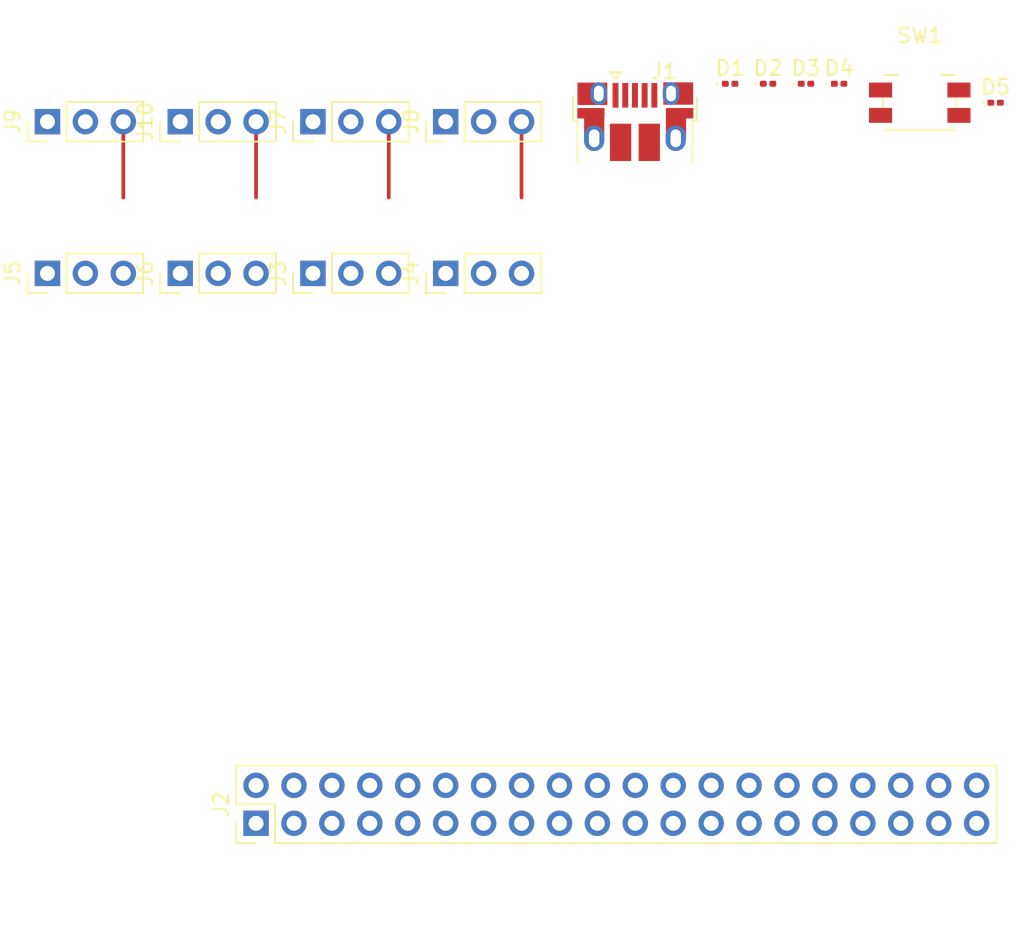
<source format=kicad_pcb>
(kicad_pcb (version 20171130) (host pcbnew "(5.1.4-0-10_14)")

  (general
    (thickness 1.6)
    (drawings 0)
    (tracks 4)
    (zones 0)
    (modules 16)
    (nets 39)
  )

  (page A4)
  (layers
    (0 F.Cu signal)
    (31 B.Cu signal)
    (32 B.Adhes user)
    (33 F.Adhes user)
    (34 B.Paste user)
    (35 F.Paste user)
    (36 B.SilkS user)
    (37 F.SilkS user)
    (38 B.Mask user)
    (39 F.Mask user)
    (40 Dwgs.User user)
    (41 Cmts.User user)
    (42 Eco1.User user)
    (43 Eco2.User user)
    (44 Edge.Cuts user)
    (45 Margin user)
    (46 B.CrtYd user)
    (47 F.CrtYd user)
    (48 B.Fab user)
    (49 F.Fab user)
  )

  (setup
    (last_trace_width 0.25)
    (trace_clearance 0.2)
    (zone_clearance 0.508)
    (zone_45_only no)
    (trace_min 0.2)
    (via_size 0.8)
    (via_drill 0.4)
    (via_min_size 0.4)
    (via_min_drill 0.3)
    (uvia_size 0.3)
    (uvia_drill 0.1)
    (uvias_allowed no)
    (uvia_min_size 0.2)
    (uvia_min_drill 0.1)
    (edge_width 0.05)
    (segment_width 0.2)
    (pcb_text_width 0.3)
    (pcb_text_size 1.5 1.5)
    (mod_edge_width 0.12)
    (mod_text_size 1 1)
    (mod_text_width 0.15)
    (pad_size 1.524 1.524)
    (pad_drill 0.762)
    (pad_to_mask_clearance 0.051)
    (solder_mask_min_width 0.25)
    (aux_axis_origin 0 0)
    (visible_elements FFFFFF7F)
    (pcbplotparams
      (layerselection 0x010fc_ffffffff)
      (usegerberextensions false)
      (usegerberattributes false)
      (usegerberadvancedattributes false)
      (creategerberjobfile false)
      (excludeedgelayer true)
      (linewidth 0.100000)
      (plotframeref false)
      (viasonmask false)
      (mode 1)
      (useauxorigin false)
      (hpglpennumber 1)
      (hpglpenspeed 20)
      (hpglpendiameter 15.000000)
      (psnegative false)
      (psa4output false)
      (plotreference true)
      (plotvalue true)
      (plotinvisibletext false)
      (padsonsilk false)
      (subtractmaskfromsilk false)
      (outputformat 1)
      (mirror false)
      (drillshape 1)
      (scaleselection 1)
      (outputdirectory ""))
  )

  (net 0 "")
  (net 1 GND)
  (net 2 NC)
  (net 3 "Net-(C2-Pad2)")
  (net 4 GPIO21)
  (net 5 GPIO20)
  (net 6 GPIO26)
  (net 7 GPIO16)
  (net 8 GPIO19)
  (net 9 GPIO13)
  (net 10 GPIO12)
  (net 11 GPIO06)
  (net 12 GPIO05)
  (net 13 ID_SC)
  (net 14 ID_SD)
  (net 15 GPIO07)
  (net 16 GPIO08)
  (net 17 GPIO11)
  (net 18 GPIO25)
  (net 19 GPIO09)
  (net 20 GPIO10)
  (net 21 GPIO24)
  (net 22 +3.3V)
  (net 23 GPIO23)
  (net 24 GPIO22)
  (net 25 GPIO27)
  (net 26 GPIO18)
  (net 27 GPIO17)
  (net 28 GPIO15)
  (net 29 GPIO14)
  (net 30 GPIO04)
  (net 31 GPIO03)
  (net 32 +5V)
  (net 33 GPIO02)
  (net 34 "Net-(D1-Pad2)")
  (net 35 "Net-(D1-Pad1)")
  (net 36 "Net-(D3-Pad2)")
  (net 37 "Net-(D5-Pad2)")
  (net 38 "Net-(R5-Pad1)")

  (net_class Default "Ceci est la Netclass par défaut."
    (clearance 0.2)
    (trace_width 0.25)
    (via_dia 0.8)
    (via_drill 0.4)
    (uvia_dia 0.3)
    (uvia_drill 0.1)
    (add_net +3.3V)
    (add_net +5V)
    (add_net GND)
    (add_net GPIO02)
    (add_net GPIO03)
    (add_net GPIO04)
    (add_net GPIO05)
    (add_net GPIO06)
    (add_net GPIO07)
    (add_net GPIO08)
    (add_net GPIO09)
    (add_net GPIO10)
    (add_net GPIO11)
    (add_net GPIO12)
    (add_net GPIO13)
    (add_net GPIO14)
    (add_net GPIO15)
    (add_net GPIO16)
    (add_net GPIO17)
    (add_net GPIO18)
    (add_net GPIO19)
    (add_net GPIO20)
    (add_net GPIO21)
    (add_net GPIO22)
    (add_net GPIO23)
    (add_net GPIO24)
    (add_net GPIO25)
    (add_net GPIO26)
    (add_net GPIO27)
    (add_net ID_SC)
    (add_net ID_SD)
    (add_net NC)
    (add_net "Net-(C2-Pad2)")
    (add_net "Net-(D1-Pad1)")
    (add_net "Net-(D1-Pad2)")
    (add_net "Net-(D3-Pad2)")
    (add_net "Net-(D5-Pad2)")
    (add_net "Net-(R5-Pad1)")
  )

  (module Button_Switch_SMD:Panasonic_EVQPUJ_EVQPUA (layer F.Cu) (tedit 5A02FC95) (tstamp 5D5FA6CB)
    (at 185.42 85.09)
    (descr http://industrial.panasonic.com/cdbs/www-data/pdf/ATV0000/ATV0000CE5.pdf)
    (tags "SMD SMT SPST EVQPUJ EVQPUA")
    (path /5D5B17EF)
    (attr smd)
    (fp_text reference SW1 (at 0 -4.5) (layer F.SilkS)
      (effects (font (size 1 1) (thickness 0.15)))
    )
    (fp_text value SW_Push (at 0 3.5) (layer F.Fab)
      (effects (font (size 1 1) (thickness 0.15)))
    )
    (fp_line (start 3.9 -3.25) (end -3.9 -3.25) (layer F.CrtYd) (width 0.05))
    (fp_line (start 3.9 2.25) (end -3.9 2.25) (layer F.CrtYd) (width 0.05))
    (fp_line (start -3.9 2.25) (end -3.9 -3.25) (layer F.CrtYd) (width 0.05))
    (fp_line (start -1.425 -1.85) (end -2.35 -1.85) (layer F.SilkS) (width 0.12))
    (fp_line (start 2.45 0.275) (end 2.45 -0.275) (layer F.SilkS) (width 0.12))
    (fp_line (start 2.35 1.75) (end -2.35 1.75) (layer F.Fab) (width 0.1))
    (fp_line (start 2.35 -1.75) (end -2.35 -1.75) (layer F.Fab) (width 0.1))
    (fp_line (start -2.35 1.75) (end -2.35 -1.75) (layer F.Fab) (width 0.1))
    (fp_line (start 2.35 1.75) (end 2.35 -1.75) (layer F.Fab) (width 0.1))
    (fp_line (start 1.3 -2.75) (end -1.3 -2.75) (layer F.Fab) (width 0.1))
    (fp_line (start 1.3 -2.75) (end 1.3 -1.75) (layer F.Fab) (width 0.1))
    (fp_line (start -1.3 -2.75) (end -1.3 -1.75) (layer F.Fab) (width 0.1))
    (fp_line (start -2.45 0.275) (end -2.45 -0.275) (layer F.SilkS) (width 0.12))
    (fp_line (start 2.35 1.85) (end -2.35 1.85) (layer F.SilkS) (width 0.12))
    (fp_line (start 2.35 -1.85) (end 1.425 -1.85) (layer F.SilkS) (width 0.12))
    (fp_line (start 3.9 2.25) (end 3.9 -3.25) (layer F.CrtYd) (width 0.05))
    (fp_text user %R (at 0 0) (layer F.Fab)
      (effects (font (size 1 1) (thickness 0.15)))
    )
    (pad 1 smd rect (at 2.625 -0.85 180) (size 1.55 1) (layers F.Cu F.Paste F.Mask)
      (net 38 "Net-(R5-Pad1)"))
    (pad 1 smd rect (at -2.625 -0.85 180) (size 1.55 1) (layers F.Cu F.Paste F.Mask)
      (net 38 "Net-(R5-Pad1)"))
    (pad 2 smd rect (at -2.625 0.85 180) (size 1.55 1) (layers F.Cu F.Paste F.Mask)
      (net 1 GND))
    (pad 2 smd rect (at 2.625 0.85 180) (size 1.55 1) (layers F.Cu F.Paste F.Mask)
      (net 1 GND))
    (model ${KISYS3DMOD}/Button_Switch_SMD.3dshapes/Panasonic_EVQPUJ_EVQPUA.wrl
      (at (xyz 0 0 0))
      (scale (xyz 1 1 1))
      (rotate (xyz 0 0 0))
    )
  )

  (module LED_SMD:LED_0201_0603Metric (layer F.Cu) (tedit 5B301BBE) (tstamp 5D5F9AA9)
    (at 190.5 85.09)
    (descr "LED SMD 0201 (0603 Metric), square (rectangular) end terminal, IPC_7351 nominal, (Body size source: https://www.vishay.com/docs/20052/crcw0201e3.pdf), generated with kicad-footprint-generator")
    (tags LED)
    (path /5D5E6098)
    (attr smd)
    (fp_text reference D5 (at 0 -1.05) (layer F.SilkS)
      (effects (font (size 1 1) (thickness 0.15)))
    )
    (fp_text value LED (at 0 1.05) (layer F.Fab)
      (effects (font (size 1 1) (thickness 0.15)))
    )
    (fp_text user %R (at 0 -0.68) (layer F.Fab)
      (effects (font (size 0.25 0.25) (thickness 0.04)))
    )
    (fp_line (start 0.7 0.35) (end -0.7 0.35) (layer F.CrtYd) (width 0.05))
    (fp_line (start 0.7 -0.35) (end 0.7 0.35) (layer F.CrtYd) (width 0.05))
    (fp_line (start -0.7 -0.35) (end 0.7 -0.35) (layer F.CrtYd) (width 0.05))
    (fp_line (start -0.7 0.35) (end -0.7 -0.35) (layer F.CrtYd) (width 0.05))
    (fp_line (start -0.1 0.15) (end -0.1 -0.15) (layer F.Fab) (width 0.1))
    (fp_line (start -0.2 0.15) (end -0.2 -0.15) (layer F.Fab) (width 0.1))
    (fp_line (start 0.3 0.15) (end -0.3 0.15) (layer F.Fab) (width 0.1))
    (fp_line (start 0.3 -0.15) (end 0.3 0.15) (layer F.Fab) (width 0.1))
    (fp_line (start -0.3 -0.15) (end 0.3 -0.15) (layer F.Fab) (width 0.1))
    (fp_line (start -0.3 0.15) (end -0.3 -0.15) (layer F.Fab) (width 0.1))
    (fp_circle (center -0.86 0) (end -0.81 0) (layer F.SilkS) (width 0.1))
    (pad 2 smd roundrect (at 0.32 0) (size 0.46 0.4) (layers F.Cu F.Mask) (roundrect_rratio 0.25)
      (net 37 "Net-(D5-Pad2)"))
    (pad 1 smd roundrect (at -0.32 0) (size 0.46 0.4) (layers F.Cu F.Mask) (roundrect_rratio 0.25)
      (net 1 GND))
    (pad "" smd roundrect (at 0.345 0) (size 0.318 0.36) (layers F.Paste) (roundrect_rratio 0.25))
    (pad "" smd roundrect (at -0.345 0) (size 0.318 0.36) (layers F.Paste) (roundrect_rratio 0.25))
    (model ${KISYS3DMOD}/LED_SMD.3dshapes/LED_0201_0603Metric.wrl
      (at (xyz 0 0 0))
      (scale (xyz 1 1 1))
      (rotate (xyz 0 0 0))
    )
  )

  (module LED_SMD:LED_0201_0603Metric (layer F.Cu) (tedit 5B301BBE) (tstamp 5D5F8820)
    (at 180.02 83.82)
    (descr "LED SMD 0201 (0603 Metric), square (rectangular) end terminal, IPC_7351 nominal, (Body size source: https://www.vishay.com/docs/20052/crcw0201e3.pdf), generated with kicad-footprint-generator")
    (tags LED)
    (path /5D5ADF77)
    (attr smd)
    (fp_text reference D4 (at 0 -1.05) (layer F.SilkS)
      (effects (font (size 1 1) (thickness 0.15)))
    )
    (fp_text value LED (at 0 1.05) (layer F.Fab)
      (effects (font (size 1 1) (thickness 0.15)))
    )
    (fp_text user %R (at 0 -0.68) (layer F.Fab)
      (effects (font (size 0.25 0.25) (thickness 0.04)))
    )
    (fp_line (start 0.7 0.35) (end -0.7 0.35) (layer F.CrtYd) (width 0.05))
    (fp_line (start 0.7 -0.35) (end 0.7 0.35) (layer F.CrtYd) (width 0.05))
    (fp_line (start -0.7 -0.35) (end 0.7 -0.35) (layer F.CrtYd) (width 0.05))
    (fp_line (start -0.7 0.35) (end -0.7 -0.35) (layer F.CrtYd) (width 0.05))
    (fp_line (start -0.1 0.15) (end -0.1 -0.15) (layer F.Fab) (width 0.1))
    (fp_line (start -0.2 0.15) (end -0.2 -0.15) (layer F.Fab) (width 0.1))
    (fp_line (start 0.3 0.15) (end -0.3 0.15) (layer F.Fab) (width 0.1))
    (fp_line (start 0.3 -0.15) (end 0.3 0.15) (layer F.Fab) (width 0.1))
    (fp_line (start -0.3 -0.15) (end 0.3 -0.15) (layer F.Fab) (width 0.1))
    (fp_line (start -0.3 0.15) (end -0.3 -0.15) (layer F.Fab) (width 0.1))
    (fp_circle (center -0.86 0) (end -0.81 0) (layer F.SilkS) (width 0.1))
    (pad 2 smd roundrect (at 0.32 0) (size 0.46 0.4) (layers F.Cu F.Mask) (roundrect_rratio 0.25)
      (net 35 "Net-(D1-Pad1)"))
    (pad 1 smd roundrect (at -0.32 0) (size 0.46 0.4) (layers F.Cu F.Mask) (roundrect_rratio 0.25)
      (net 36 "Net-(D3-Pad2)"))
    (pad "" smd roundrect (at 0.345 0) (size 0.318 0.36) (layers F.Paste) (roundrect_rratio 0.25))
    (pad "" smd roundrect (at -0.345 0) (size 0.318 0.36) (layers F.Paste) (roundrect_rratio 0.25))
    (model ${KISYS3DMOD}/LED_SMD.3dshapes/LED_0201_0603Metric.wrl
      (at (xyz 0 0 0))
      (scale (xyz 1 1 1))
      (rotate (xyz 0 0 0))
    )
  )

  (module LED_SMD:LED_0201_0603Metric (layer F.Cu) (tedit 5B301BBE) (tstamp 5D5F880C)
    (at 177.8 83.82)
    (descr "LED SMD 0201 (0603 Metric), square (rectangular) end terminal, IPC_7351 nominal, (Body size source: https://www.vishay.com/docs/20052/crcw0201e3.pdf), generated with kicad-footprint-generator")
    (tags LED)
    (path /5D5ACEC5)
    (attr smd)
    (fp_text reference D3 (at 0 -1.05) (layer F.SilkS)
      (effects (font (size 1 1) (thickness 0.15)))
    )
    (fp_text value LED (at 0 1.05) (layer F.Fab)
      (effects (font (size 1 1) (thickness 0.15)))
    )
    (fp_text user %R (at 0 -0.68) (layer F.Fab)
      (effects (font (size 0.25 0.25) (thickness 0.04)))
    )
    (fp_line (start 0.7 0.35) (end -0.7 0.35) (layer F.CrtYd) (width 0.05))
    (fp_line (start 0.7 -0.35) (end 0.7 0.35) (layer F.CrtYd) (width 0.05))
    (fp_line (start -0.7 -0.35) (end 0.7 -0.35) (layer F.CrtYd) (width 0.05))
    (fp_line (start -0.7 0.35) (end -0.7 -0.35) (layer F.CrtYd) (width 0.05))
    (fp_line (start -0.1 0.15) (end -0.1 -0.15) (layer F.Fab) (width 0.1))
    (fp_line (start -0.2 0.15) (end -0.2 -0.15) (layer F.Fab) (width 0.1))
    (fp_line (start 0.3 0.15) (end -0.3 0.15) (layer F.Fab) (width 0.1))
    (fp_line (start 0.3 -0.15) (end 0.3 0.15) (layer F.Fab) (width 0.1))
    (fp_line (start -0.3 -0.15) (end 0.3 -0.15) (layer F.Fab) (width 0.1))
    (fp_line (start -0.3 0.15) (end -0.3 -0.15) (layer F.Fab) (width 0.1))
    (fp_circle (center -0.86 0) (end -0.81 0) (layer F.SilkS) (width 0.1))
    (pad 2 smd roundrect (at 0.32 0) (size 0.46 0.4) (layers F.Cu F.Mask) (roundrect_rratio 0.25)
      (net 36 "Net-(D3-Pad2)"))
    (pad 1 smd roundrect (at -0.32 0) (size 0.46 0.4) (layers F.Cu F.Mask) (roundrect_rratio 0.25)
      (net 35 "Net-(D1-Pad1)"))
    (pad "" smd roundrect (at 0.345 0) (size 0.318 0.36) (layers F.Paste) (roundrect_rratio 0.25))
    (pad "" smd roundrect (at -0.345 0) (size 0.318 0.36) (layers F.Paste) (roundrect_rratio 0.25))
    (model ${KISYS3DMOD}/LED_SMD.3dshapes/LED_0201_0603Metric.wrl
      (at (xyz 0 0 0))
      (scale (xyz 1 1 1))
      (rotate (xyz 0 0 0))
    )
  )

  (module LED_SMD:LED_0201_0603Metric (layer F.Cu) (tedit 5B301BBE) (tstamp 5D5F87F8)
    (at 175.26 83.82)
    (descr "LED SMD 0201 (0603 Metric), square (rectangular) end terminal, IPC_7351 nominal, (Body size source: https://www.vishay.com/docs/20052/crcw0201e3.pdf), generated with kicad-footprint-generator")
    (tags LED)
    (path /5D5ABF8A)
    (attr smd)
    (fp_text reference D2 (at 0 -1.05) (layer F.SilkS)
      (effects (font (size 1 1) (thickness 0.15)))
    )
    (fp_text value LED (at 0 1.05) (layer F.Fab)
      (effects (font (size 1 1) (thickness 0.15)))
    )
    (fp_text user %R (at 0 -0.68) (layer F.Fab)
      (effects (font (size 0.25 0.25) (thickness 0.04)))
    )
    (fp_line (start 0.7 0.35) (end -0.7 0.35) (layer F.CrtYd) (width 0.05))
    (fp_line (start 0.7 -0.35) (end 0.7 0.35) (layer F.CrtYd) (width 0.05))
    (fp_line (start -0.7 -0.35) (end 0.7 -0.35) (layer F.CrtYd) (width 0.05))
    (fp_line (start -0.7 0.35) (end -0.7 -0.35) (layer F.CrtYd) (width 0.05))
    (fp_line (start -0.1 0.15) (end -0.1 -0.15) (layer F.Fab) (width 0.1))
    (fp_line (start -0.2 0.15) (end -0.2 -0.15) (layer F.Fab) (width 0.1))
    (fp_line (start 0.3 0.15) (end -0.3 0.15) (layer F.Fab) (width 0.1))
    (fp_line (start 0.3 -0.15) (end 0.3 0.15) (layer F.Fab) (width 0.1))
    (fp_line (start -0.3 -0.15) (end 0.3 -0.15) (layer F.Fab) (width 0.1))
    (fp_line (start -0.3 0.15) (end -0.3 -0.15) (layer F.Fab) (width 0.1))
    (fp_circle (center -0.86 0) (end -0.81 0) (layer F.SilkS) (width 0.1))
    (pad 2 smd roundrect (at 0.32 0) (size 0.46 0.4) (layers F.Cu F.Mask) (roundrect_rratio 0.25)
      (net 35 "Net-(D1-Pad1)"))
    (pad 1 smd roundrect (at -0.32 0) (size 0.46 0.4) (layers F.Cu F.Mask) (roundrect_rratio 0.25)
      (net 34 "Net-(D1-Pad2)"))
    (pad "" smd roundrect (at 0.345 0) (size 0.318 0.36) (layers F.Paste) (roundrect_rratio 0.25))
    (pad "" smd roundrect (at -0.345 0) (size 0.318 0.36) (layers F.Paste) (roundrect_rratio 0.25))
    (model ${KISYS3DMOD}/LED_SMD.3dshapes/LED_0201_0603Metric.wrl
      (at (xyz 0 0 0))
      (scale (xyz 1 1 1))
      (rotate (xyz 0 0 0))
    )
  )

  (module LED_SMD:LED_0201_0603Metric (layer F.Cu) (tedit 5B301BBE) (tstamp 5D5F87E4)
    (at 172.72 83.82)
    (descr "LED SMD 0201 (0603 Metric), square (rectangular) end terminal, IPC_7351 nominal, (Body size source: https://www.vishay.com/docs/20052/crcw0201e3.pdf), generated with kicad-footprint-generator")
    (tags LED)
    (path /5D5B6623)
    (attr smd)
    (fp_text reference D1 (at 0 -1.05) (layer F.SilkS)
      (effects (font (size 1 1) (thickness 0.15)))
    )
    (fp_text value LED (at 0 1.05) (layer F.Fab)
      (effects (font (size 1 1) (thickness 0.15)))
    )
    (fp_text user %R (at 0 -0.68) (layer F.Fab)
      (effects (font (size 0.25 0.25) (thickness 0.04)))
    )
    (fp_line (start 0.7 0.35) (end -0.7 0.35) (layer F.CrtYd) (width 0.05))
    (fp_line (start 0.7 -0.35) (end 0.7 0.35) (layer F.CrtYd) (width 0.05))
    (fp_line (start -0.7 -0.35) (end 0.7 -0.35) (layer F.CrtYd) (width 0.05))
    (fp_line (start -0.7 0.35) (end -0.7 -0.35) (layer F.CrtYd) (width 0.05))
    (fp_line (start -0.1 0.15) (end -0.1 -0.15) (layer F.Fab) (width 0.1))
    (fp_line (start -0.2 0.15) (end -0.2 -0.15) (layer F.Fab) (width 0.1))
    (fp_line (start 0.3 0.15) (end -0.3 0.15) (layer F.Fab) (width 0.1))
    (fp_line (start 0.3 -0.15) (end 0.3 0.15) (layer F.Fab) (width 0.1))
    (fp_line (start -0.3 -0.15) (end 0.3 -0.15) (layer F.Fab) (width 0.1))
    (fp_line (start -0.3 0.15) (end -0.3 -0.15) (layer F.Fab) (width 0.1))
    (fp_circle (center -0.86 0) (end -0.81 0) (layer F.SilkS) (width 0.1))
    (pad 2 smd roundrect (at 0.32 0) (size 0.46 0.4) (layers F.Cu F.Mask) (roundrect_rratio 0.25)
      (net 34 "Net-(D1-Pad2)"))
    (pad 1 smd roundrect (at -0.32 0) (size 0.46 0.4) (layers F.Cu F.Mask) (roundrect_rratio 0.25)
      (net 35 "Net-(D1-Pad1)"))
    (pad "" smd roundrect (at 0.345 0) (size 0.318 0.36) (layers F.Paste) (roundrect_rratio 0.25))
    (pad "" smd roundrect (at -0.345 0) (size 0.318 0.36) (layers F.Paste) (roundrect_rratio 0.25))
    (model ${KISYS3DMOD}/LED_SMD.3dshapes/LED_0201_0603Metric.wrl
      (at (xyz 0 0 0))
      (scale (xyz 1 1 1))
      (rotate (xyz 0 0 0))
    )
  )

  (module Connector_PinHeader_2.54mm:PinHeader_1x03_P2.54mm_Vertical (layer F.Cu) (tedit 59FED5CC) (tstamp 5D5F7EF4)
    (at 135.89 86.36 90)
    (descr "Through hole straight pin header, 1x03, 2.54mm pitch, single row")
    (tags "Through hole pin header THT 1x03 2.54mm single row")
    (path /5D64B5F4)
    (fp_text reference J10 (at 0 -2.33 90) (layer F.SilkS)
      (effects (font (size 1 1) (thickness 0.15)))
    )
    (fp_text value GET_UP_SERVO_RIGHT (at 0 7.41 90) (layer F.Fab)
      (effects (font (size 1 1) (thickness 0.15)))
    )
    (fp_text user %R (at 0 2.54) (layer F.Fab)
      (effects (font (size 1 1) (thickness 0.15)))
    )
    (fp_line (start 1.8 -1.8) (end -1.8 -1.8) (layer F.CrtYd) (width 0.05))
    (fp_line (start 1.8 6.85) (end 1.8 -1.8) (layer F.CrtYd) (width 0.05))
    (fp_line (start -1.8 6.85) (end 1.8 6.85) (layer F.CrtYd) (width 0.05))
    (fp_line (start -1.8 -1.8) (end -1.8 6.85) (layer F.CrtYd) (width 0.05))
    (fp_line (start -1.33 -1.33) (end 0 -1.33) (layer F.SilkS) (width 0.12))
    (fp_line (start -1.33 0) (end -1.33 -1.33) (layer F.SilkS) (width 0.12))
    (fp_line (start -1.33 1.27) (end 1.33 1.27) (layer F.SilkS) (width 0.12))
    (fp_line (start 1.33 1.27) (end 1.33 6.41) (layer F.SilkS) (width 0.12))
    (fp_line (start -1.33 1.27) (end -1.33 6.41) (layer F.SilkS) (width 0.12))
    (fp_line (start -1.33 6.41) (end 1.33 6.41) (layer F.SilkS) (width 0.12))
    (fp_line (start -1.27 -0.635) (end -0.635 -1.27) (layer F.Fab) (width 0.1))
    (fp_line (start -1.27 6.35) (end -1.27 -0.635) (layer F.Fab) (width 0.1))
    (fp_line (start 1.27 6.35) (end -1.27 6.35) (layer F.Fab) (width 0.1))
    (fp_line (start 1.27 -1.27) (end 1.27 6.35) (layer F.Fab) (width 0.1))
    (fp_line (start -0.635 -1.27) (end 1.27 -1.27) (layer F.Fab) (width 0.1))
    (pad 3 thru_hole oval (at 0 5.08 90) (size 1.7 1.7) (drill 1) (layers *.Cu *.Mask)
      (net 1 GND))
    (pad 2 thru_hole oval (at 0 2.54 90) (size 1.7 1.7) (drill 1) (layers *.Cu *.Mask)
      (net 32 +5V))
    (pad 1 thru_hole rect (at 0 0 90) (size 1.7 1.7) (drill 1) (layers *.Cu *.Mask)
      (net 9 GPIO13))
    (model ${KISYS3DMOD}/Connector_PinHeader_2.54mm.3dshapes/PinHeader_1x03_P2.54mm_Vertical.wrl
      (at (xyz 0 0 0))
      (scale (xyz 1 1 1))
      (rotate (xyz 0 0 0))
    )
  )

  (module Connector_PinHeader_2.54mm:PinHeader_1x03_P2.54mm_Vertical (layer F.Cu) (tedit 59FED5CC) (tstamp 5D5F8080)
    (at 127 86.36 90)
    (descr "Through hole straight pin header, 1x03, 2.54mm pitch, single row")
    (tags "Through hole pin header THT 1x03 2.54mm single row")
    (path /5D64A47A)
    (fp_text reference J9 (at 0 -2.33 90) (layer F.SilkS)
      (effects (font (size 1 1) (thickness 0.15)))
    )
    (fp_text value GET_UP_SERVO_LEFT (at 0 7.41 90) (layer F.Fab)
      (effects (font (size 1 1) (thickness 0.15)))
    )
    (fp_text user %R (at 0 2.54) (layer F.Fab)
      (effects (font (size 1 1) (thickness 0.15)))
    )
    (fp_line (start 1.8 -1.8) (end -1.8 -1.8) (layer F.CrtYd) (width 0.05))
    (fp_line (start 1.8 6.85) (end 1.8 -1.8) (layer F.CrtYd) (width 0.05))
    (fp_line (start -1.8 6.85) (end 1.8 6.85) (layer F.CrtYd) (width 0.05))
    (fp_line (start -1.8 -1.8) (end -1.8 6.85) (layer F.CrtYd) (width 0.05))
    (fp_line (start -1.33 -1.33) (end 0 -1.33) (layer F.SilkS) (width 0.12))
    (fp_line (start -1.33 0) (end -1.33 -1.33) (layer F.SilkS) (width 0.12))
    (fp_line (start -1.33 1.27) (end 1.33 1.27) (layer F.SilkS) (width 0.12))
    (fp_line (start 1.33 1.27) (end 1.33 6.41) (layer F.SilkS) (width 0.12))
    (fp_line (start -1.33 1.27) (end -1.33 6.41) (layer F.SilkS) (width 0.12))
    (fp_line (start -1.33 6.41) (end 1.33 6.41) (layer F.SilkS) (width 0.12))
    (fp_line (start -1.27 -0.635) (end -0.635 -1.27) (layer F.Fab) (width 0.1))
    (fp_line (start -1.27 6.35) (end -1.27 -0.635) (layer F.Fab) (width 0.1))
    (fp_line (start 1.27 6.35) (end -1.27 6.35) (layer F.Fab) (width 0.1))
    (fp_line (start 1.27 -1.27) (end 1.27 6.35) (layer F.Fab) (width 0.1))
    (fp_line (start -0.635 -1.27) (end 1.27 -1.27) (layer F.Fab) (width 0.1))
    (pad 3 thru_hole oval (at 0 5.08 90) (size 1.7 1.7) (drill 1) (layers *.Cu *.Mask)
      (net 1 GND))
    (pad 2 thru_hole oval (at 0 2.54 90) (size 1.7 1.7) (drill 1) (layers *.Cu *.Mask)
      (net 32 +5V))
    (pad 1 thru_hole rect (at 0 0 90) (size 1.7 1.7) (drill 1) (layers *.Cu *.Mask)
      (net 10 GPIO12))
    (model ${KISYS3DMOD}/Connector_PinHeader_2.54mm.3dshapes/PinHeader_1x03_P2.54mm_Vertical.wrl
      (at (xyz 0 0 0))
      (scale (xyz 1 1 1))
      (rotate (xyz 0 0 0))
    )
  )

  (module Connector_PinHeader_2.54mm:PinHeader_1x03_P2.54mm_Vertical (layer F.Cu) (tedit 59FED5CC) (tstamp 5D5F7FFC)
    (at 153.67 86.36 90)
    (descr "Through hole straight pin header, 1x03, 2.54mm pitch, single row")
    (tags "Through hole pin header THT 1x03 2.54mm single row")
    (path /5D64A0D9)
    (fp_text reference J8 (at 0 -2.33 90) (layer F.SilkS)
      (effects (font (size 1 1) (thickness 0.15)))
    )
    (fp_text value MOTOR_RIGHT (at 0 7.41 90) (layer F.Fab)
      (effects (font (size 1 1) (thickness 0.15)))
    )
    (fp_text user %R (at 0 2.54) (layer F.Fab)
      (effects (font (size 1 1) (thickness 0.15)))
    )
    (fp_line (start 1.8 -1.8) (end -1.8 -1.8) (layer F.CrtYd) (width 0.05))
    (fp_line (start 1.8 6.85) (end 1.8 -1.8) (layer F.CrtYd) (width 0.05))
    (fp_line (start -1.8 6.85) (end 1.8 6.85) (layer F.CrtYd) (width 0.05))
    (fp_line (start -1.8 -1.8) (end -1.8 6.85) (layer F.CrtYd) (width 0.05))
    (fp_line (start -1.33 -1.33) (end 0 -1.33) (layer F.SilkS) (width 0.12))
    (fp_line (start -1.33 0) (end -1.33 -1.33) (layer F.SilkS) (width 0.12))
    (fp_line (start -1.33 1.27) (end 1.33 1.27) (layer F.SilkS) (width 0.12))
    (fp_line (start 1.33 1.27) (end 1.33 6.41) (layer F.SilkS) (width 0.12))
    (fp_line (start -1.33 1.27) (end -1.33 6.41) (layer F.SilkS) (width 0.12))
    (fp_line (start -1.33 6.41) (end 1.33 6.41) (layer F.SilkS) (width 0.12))
    (fp_line (start -1.27 -0.635) (end -0.635 -1.27) (layer F.Fab) (width 0.1))
    (fp_line (start -1.27 6.35) (end -1.27 -0.635) (layer F.Fab) (width 0.1))
    (fp_line (start 1.27 6.35) (end -1.27 6.35) (layer F.Fab) (width 0.1))
    (fp_line (start 1.27 -1.27) (end 1.27 6.35) (layer F.Fab) (width 0.1))
    (fp_line (start -0.635 -1.27) (end 1.27 -1.27) (layer F.Fab) (width 0.1))
    (pad 3 thru_hole oval (at 0 5.08 90) (size 1.7 1.7) (drill 1) (layers *.Cu *.Mask)
      (net 1 GND))
    (pad 2 thru_hole oval (at 0 2.54 90) (size 1.7 1.7) (drill 1) (layers *.Cu *.Mask)
      (net 32 +5V))
    (pad 1 thru_hole rect (at 0 0 90) (size 1.7 1.7) (drill 1) (layers *.Cu *.Mask)
      (net 25 GPIO27))
    (model ${KISYS3DMOD}/Connector_PinHeader_2.54mm.3dshapes/PinHeader_1x03_P2.54mm_Vertical.wrl
      (at (xyz 0 0 0))
      (scale (xyz 1 1 1))
      (rotate (xyz 0 0 0))
    )
  )

  (module Connector_PinHeader_2.54mm:PinHeader_1x03_P2.54mm_Vertical (layer F.Cu) (tedit 59FED5CC) (tstamp 5D5F803E)
    (at 144.78 86.36 90)
    (descr "Through hole straight pin header, 1x03, 2.54mm pitch, single row")
    (tags "Through hole pin header THT 1x03 2.54mm single row")
    (path /5D649E24)
    (fp_text reference J7 (at 0 -2.33 90) (layer F.SilkS)
      (effects (font (size 1 1) (thickness 0.15)))
    )
    (fp_text value MOTOR_LEFT (at 0 7.41 90) (layer F.Fab)
      (effects (font (size 1 1) (thickness 0.15)))
    )
    (fp_text user %R (at 0 2.54) (layer F.Fab)
      (effects (font (size 1 1) (thickness 0.15)))
    )
    (fp_line (start 1.8 -1.8) (end -1.8 -1.8) (layer F.CrtYd) (width 0.05))
    (fp_line (start 1.8 6.85) (end 1.8 -1.8) (layer F.CrtYd) (width 0.05))
    (fp_line (start -1.8 6.85) (end 1.8 6.85) (layer F.CrtYd) (width 0.05))
    (fp_line (start -1.8 -1.8) (end -1.8 6.85) (layer F.CrtYd) (width 0.05))
    (fp_line (start -1.33 -1.33) (end 0 -1.33) (layer F.SilkS) (width 0.12))
    (fp_line (start -1.33 0) (end -1.33 -1.33) (layer F.SilkS) (width 0.12))
    (fp_line (start -1.33 1.27) (end 1.33 1.27) (layer F.SilkS) (width 0.12))
    (fp_line (start 1.33 1.27) (end 1.33 6.41) (layer F.SilkS) (width 0.12))
    (fp_line (start -1.33 1.27) (end -1.33 6.41) (layer F.SilkS) (width 0.12))
    (fp_line (start -1.33 6.41) (end 1.33 6.41) (layer F.SilkS) (width 0.12))
    (fp_line (start -1.27 -0.635) (end -0.635 -1.27) (layer F.Fab) (width 0.1))
    (fp_line (start -1.27 6.35) (end -1.27 -0.635) (layer F.Fab) (width 0.1))
    (fp_line (start 1.27 6.35) (end -1.27 6.35) (layer F.Fab) (width 0.1))
    (fp_line (start 1.27 -1.27) (end 1.27 6.35) (layer F.Fab) (width 0.1))
    (fp_line (start -0.635 -1.27) (end 1.27 -1.27) (layer F.Fab) (width 0.1))
    (pad 3 thru_hole oval (at 0 5.08 90) (size 1.7 1.7) (drill 1) (layers *.Cu *.Mask)
      (net 1 GND))
    (pad 2 thru_hole oval (at 0 2.54 90) (size 1.7 1.7) (drill 1) (layers *.Cu *.Mask)
      (net 32 +5V))
    (pad 1 thru_hole rect (at 0 0 90) (size 1.7 1.7) (drill 1) (layers *.Cu *.Mask)
      (net 6 GPIO26))
    (model ${KISYS3DMOD}/Connector_PinHeader_2.54mm.3dshapes/PinHeader_1x03_P2.54mm_Vertical.wrl
      (at (xyz 0 0 0))
      (scale (xyz 1 1 1))
      (rotate (xyz 0 0 0))
    )
  )

  (module Connector_PinHeader_2.54mm:PinHeader_1x03_P2.54mm_Vertical (layer F.Cu) (tedit 59FED5CC) (tstamp 5D5F7E6A)
    (at 135.89 96.52 90)
    (descr "Through hole straight pin header, 1x03, 2.54mm pitch, single row")
    (tags "Through hole pin header THT 1x03 2.54mm single row")
    (path /5D64920F)
    (fp_text reference J6 (at 0 -2.33 90) (layer F.SilkS)
      (effects (font (size 1 1) (thickness 0.15)))
    )
    (fp_text value Y_CLAW (at 0 7.41 90) (layer F.Fab)
      (effects (font (size 1 1) (thickness 0.15)))
    )
    (fp_text user %R (at 0 2.54) (layer F.Fab)
      (effects (font (size 1 1) (thickness 0.15)))
    )
    (fp_line (start 1.8 -1.8) (end -1.8 -1.8) (layer F.CrtYd) (width 0.05))
    (fp_line (start 1.8 6.85) (end 1.8 -1.8) (layer F.CrtYd) (width 0.05))
    (fp_line (start -1.8 6.85) (end 1.8 6.85) (layer F.CrtYd) (width 0.05))
    (fp_line (start -1.8 -1.8) (end -1.8 6.85) (layer F.CrtYd) (width 0.05))
    (fp_line (start -1.33 -1.33) (end 0 -1.33) (layer F.SilkS) (width 0.12))
    (fp_line (start -1.33 0) (end -1.33 -1.33) (layer F.SilkS) (width 0.12))
    (fp_line (start -1.33 1.27) (end 1.33 1.27) (layer F.SilkS) (width 0.12))
    (fp_line (start 1.33 1.27) (end 1.33 6.41) (layer F.SilkS) (width 0.12))
    (fp_line (start -1.33 1.27) (end -1.33 6.41) (layer F.SilkS) (width 0.12))
    (fp_line (start -1.33 6.41) (end 1.33 6.41) (layer F.SilkS) (width 0.12))
    (fp_line (start -1.27 -0.635) (end -0.635 -1.27) (layer F.Fab) (width 0.1))
    (fp_line (start -1.27 6.35) (end -1.27 -0.635) (layer F.Fab) (width 0.1))
    (fp_line (start 1.27 6.35) (end -1.27 6.35) (layer F.Fab) (width 0.1))
    (fp_line (start 1.27 -1.27) (end 1.27 6.35) (layer F.Fab) (width 0.1))
    (fp_line (start -0.635 -1.27) (end 1.27 -1.27) (layer F.Fab) (width 0.1))
    (pad 3 thru_hole oval (at 0 5.08 90) (size 1.7 1.7) (drill 1) (layers *.Cu *.Mask)
      (net 1 GND))
    (pad 2 thru_hole oval (at 0 2.54 90) (size 1.7 1.7) (drill 1) (layers *.Cu *.Mask)
      (net 32 +5V))
    (pad 1 thru_hole rect (at 0 0 90) (size 1.7 1.7) (drill 1) (layers *.Cu *.Mask)
      (net 16 GPIO08))
    (model ${KISYS3DMOD}/Connector_PinHeader_2.54mm.3dshapes/PinHeader_1x03_P2.54mm_Vertical.wrl
      (at (xyz 0 0 0))
      (scale (xyz 1 1 1))
      (rotate (xyz 0 0 0))
    )
  )

  (module Connector_PinHeader_2.54mm:PinHeader_1x03_P2.54mm_Vertical (layer F.Cu) (tedit 59FED5CC) (tstamp 5D5F7FBA)
    (at 127 96.52 90)
    (descr "Through hole straight pin header, 1x03, 2.54mm pitch, single row")
    (tags "Through hole pin header THT 1x03 2.54mm single row")
    (path /5D64A9DF)
    (fp_text reference J5 (at 0 -2.33 90) (layer F.SilkS)
      (effects (font (size 1 1) (thickness 0.15)))
    )
    (fp_text value X_CLAW (at 0 7.41 90) (layer F.Fab)
      (effects (font (size 1 1) (thickness 0.15)))
    )
    (fp_text user %R (at 0 2.54) (layer F.Fab)
      (effects (font (size 1 1) (thickness 0.15)))
    )
    (fp_line (start 1.8 -1.8) (end -1.8 -1.8) (layer F.CrtYd) (width 0.05))
    (fp_line (start 1.8 6.85) (end 1.8 -1.8) (layer F.CrtYd) (width 0.05))
    (fp_line (start -1.8 6.85) (end 1.8 6.85) (layer F.CrtYd) (width 0.05))
    (fp_line (start -1.8 -1.8) (end -1.8 6.85) (layer F.CrtYd) (width 0.05))
    (fp_line (start -1.33 -1.33) (end 0 -1.33) (layer F.SilkS) (width 0.12))
    (fp_line (start -1.33 0) (end -1.33 -1.33) (layer F.SilkS) (width 0.12))
    (fp_line (start -1.33 1.27) (end 1.33 1.27) (layer F.SilkS) (width 0.12))
    (fp_line (start 1.33 1.27) (end 1.33 6.41) (layer F.SilkS) (width 0.12))
    (fp_line (start -1.33 1.27) (end -1.33 6.41) (layer F.SilkS) (width 0.12))
    (fp_line (start -1.33 6.41) (end 1.33 6.41) (layer F.SilkS) (width 0.12))
    (fp_line (start -1.27 -0.635) (end -0.635 -1.27) (layer F.Fab) (width 0.1))
    (fp_line (start -1.27 6.35) (end -1.27 -0.635) (layer F.Fab) (width 0.1))
    (fp_line (start 1.27 6.35) (end -1.27 6.35) (layer F.Fab) (width 0.1))
    (fp_line (start 1.27 -1.27) (end 1.27 6.35) (layer F.Fab) (width 0.1))
    (fp_line (start -0.635 -1.27) (end 1.27 -1.27) (layer F.Fab) (width 0.1))
    (pad 3 thru_hole oval (at 0 5.08 90) (size 1.7 1.7) (drill 1) (layers *.Cu *.Mask)
      (net 1 GND))
    (pad 2 thru_hole oval (at 0 2.54 90) (size 1.7 1.7) (drill 1) (layers *.Cu *.Mask)
      (net 32 +5V))
    (pad 1 thru_hole rect (at 0 0 90) (size 1.7 1.7) (drill 1) (layers *.Cu *.Mask)
      (net 15 GPIO07))
    (model ${KISYS3DMOD}/Connector_PinHeader_2.54mm.3dshapes/PinHeader_1x03_P2.54mm_Vertical.wrl
      (at (xyz 0 0 0))
      (scale (xyz 1 1 1))
      (rotate (xyz 0 0 0))
    )
  )

  (module Connector_PinHeader_2.54mm:PinHeader_1x03_P2.54mm_Vertical (layer F.Cu) (tedit 59FED5CC) (tstamp 5D5F7F78)
    (at 153.67 96.52 90)
    (descr "Through hole straight pin header, 1x03, 2.54mm pitch, single row")
    (tags "Through hole pin header THT 1x03 2.54mm single row")
    (path /5D64BAE9)
    (fp_text reference J4 (at 0 -2.33 90) (layer F.SilkS)
      (effects (font (size 1 1) (thickness 0.15)))
    )
    (fp_text value Y_HEAD_PAN (at 0 7.41 90) (layer F.Fab)
      (effects (font (size 1 1) (thickness 0.15)))
    )
    (fp_text user %R (at 0 2.54) (layer F.Fab)
      (effects (font (size 1 1) (thickness 0.15)))
    )
    (fp_line (start 1.8 -1.8) (end -1.8 -1.8) (layer F.CrtYd) (width 0.05))
    (fp_line (start 1.8 6.85) (end 1.8 -1.8) (layer F.CrtYd) (width 0.05))
    (fp_line (start -1.8 6.85) (end 1.8 6.85) (layer F.CrtYd) (width 0.05))
    (fp_line (start -1.8 -1.8) (end -1.8 6.85) (layer F.CrtYd) (width 0.05))
    (fp_line (start -1.33 -1.33) (end 0 -1.33) (layer F.SilkS) (width 0.12))
    (fp_line (start -1.33 0) (end -1.33 -1.33) (layer F.SilkS) (width 0.12))
    (fp_line (start -1.33 1.27) (end 1.33 1.27) (layer F.SilkS) (width 0.12))
    (fp_line (start 1.33 1.27) (end 1.33 6.41) (layer F.SilkS) (width 0.12))
    (fp_line (start -1.33 1.27) (end -1.33 6.41) (layer F.SilkS) (width 0.12))
    (fp_line (start -1.33 6.41) (end 1.33 6.41) (layer F.SilkS) (width 0.12))
    (fp_line (start -1.27 -0.635) (end -0.635 -1.27) (layer F.Fab) (width 0.1))
    (fp_line (start -1.27 6.35) (end -1.27 -0.635) (layer F.Fab) (width 0.1))
    (fp_line (start 1.27 6.35) (end -1.27 6.35) (layer F.Fab) (width 0.1))
    (fp_line (start 1.27 -1.27) (end 1.27 6.35) (layer F.Fab) (width 0.1))
    (fp_line (start -0.635 -1.27) (end 1.27 -1.27) (layer F.Fab) (width 0.1))
    (pad 3 thru_hole oval (at 0 5.08 90) (size 1.7 1.7) (drill 1) (layers *.Cu *.Mask)
      (net 1 GND))
    (pad 2 thru_hole oval (at 0 2.54 90) (size 1.7 1.7) (drill 1) (layers *.Cu *.Mask)
      (net 32 +5V))
    (pad 1 thru_hole rect (at 0 0 90) (size 1.7 1.7) (drill 1) (layers *.Cu *.Mask)
      (net 11 GPIO06))
    (model ${KISYS3DMOD}/Connector_PinHeader_2.54mm.3dshapes/PinHeader_1x03_P2.54mm_Vertical.wrl
      (at (xyz 0 0 0))
      (scale (xyz 1 1 1))
      (rotate (xyz 0 0 0))
    )
  )

  (module Connector_PinHeader_2.54mm:PinHeader_1x03_P2.54mm_Vertical (layer F.Cu) (tedit 59FED5CC) (tstamp 5D5F7F36)
    (at 144.78 96.52 90)
    (descr "Through hole straight pin header, 1x03, 2.54mm pitch, single row")
    (tags "Through hole pin header THT 1x03 2.54mm single row")
    (path /5D64BFB5)
    (fp_text reference J3 (at 0 -2.33 90) (layer F.SilkS)
      (effects (font (size 1 1) (thickness 0.15)))
    )
    (fp_text value X_HEAD_PAN (at 0 7.41 90) (layer F.Fab)
      (effects (font (size 1 1) (thickness 0.15)))
    )
    (fp_text user %R (at 0 2.54) (layer F.Fab)
      (effects (font (size 1 1) (thickness 0.15)))
    )
    (fp_line (start 1.8 -1.8) (end -1.8 -1.8) (layer F.CrtYd) (width 0.05))
    (fp_line (start 1.8 6.85) (end 1.8 -1.8) (layer F.CrtYd) (width 0.05))
    (fp_line (start -1.8 6.85) (end 1.8 6.85) (layer F.CrtYd) (width 0.05))
    (fp_line (start -1.8 -1.8) (end -1.8 6.85) (layer F.CrtYd) (width 0.05))
    (fp_line (start -1.33 -1.33) (end 0 -1.33) (layer F.SilkS) (width 0.12))
    (fp_line (start -1.33 0) (end -1.33 -1.33) (layer F.SilkS) (width 0.12))
    (fp_line (start -1.33 1.27) (end 1.33 1.27) (layer F.SilkS) (width 0.12))
    (fp_line (start 1.33 1.27) (end 1.33 6.41) (layer F.SilkS) (width 0.12))
    (fp_line (start -1.33 1.27) (end -1.33 6.41) (layer F.SilkS) (width 0.12))
    (fp_line (start -1.33 6.41) (end 1.33 6.41) (layer F.SilkS) (width 0.12))
    (fp_line (start -1.27 -0.635) (end -0.635 -1.27) (layer F.Fab) (width 0.1))
    (fp_line (start -1.27 6.35) (end -1.27 -0.635) (layer F.Fab) (width 0.1))
    (fp_line (start 1.27 6.35) (end -1.27 6.35) (layer F.Fab) (width 0.1))
    (fp_line (start 1.27 -1.27) (end 1.27 6.35) (layer F.Fab) (width 0.1))
    (fp_line (start -0.635 -1.27) (end 1.27 -1.27) (layer F.Fab) (width 0.1))
    (pad 3 thru_hole oval (at 0 5.08 90) (size 1.7 1.7) (drill 1) (layers *.Cu *.Mask)
      (net 1 GND))
    (pad 2 thru_hole oval (at 0 2.54 90) (size 1.7 1.7) (drill 1) (layers *.Cu *.Mask)
      (net 32 +5V))
    (pad 1 thru_hole rect (at 0 0 90) (size 1.7 1.7) (drill 1) (layers *.Cu *.Mask)
      (net 12 GPIO05))
    (model ${KISYS3DMOD}/Connector_PinHeader_2.54mm.3dshapes/PinHeader_1x03_P2.54mm_Vertical.wrl
      (at (xyz 0 0 0))
      (scale (xyz 1 1 1))
      (rotate (xyz 0 0 0))
    )
  )

  (module Connector_PinHeader_2.54mm:PinHeader_2x20_P2.54mm_Vertical (layer F.Cu) (tedit 59FED5CC) (tstamp 5D5F6968)
    (at 140.97 133.35 90)
    (descr "Through hole straight pin header, 2x20, 2.54mm pitch, double rows")
    (tags "Through hole pin header THT 2x20 2.54mm double row")
    (path /5D5EA04E)
    (fp_text reference J2 (at 1.27 -2.33 90) (layer F.SilkS)
      (effects (font (size 1 1) (thickness 0.15)))
    )
    (fp_text value Conn_02x20_Odd_Even (at 1.27 50.59 90) (layer F.Fab)
      (effects (font (size 1 1) (thickness 0.15)))
    )
    (fp_text user %R (at 1.27 24.13) (layer F.Fab)
      (effects (font (size 1 1) (thickness 0.15)))
    )
    (fp_line (start 4.35 -1.8) (end -1.8 -1.8) (layer F.CrtYd) (width 0.05))
    (fp_line (start 4.35 50.05) (end 4.35 -1.8) (layer F.CrtYd) (width 0.05))
    (fp_line (start -1.8 50.05) (end 4.35 50.05) (layer F.CrtYd) (width 0.05))
    (fp_line (start -1.8 -1.8) (end -1.8 50.05) (layer F.CrtYd) (width 0.05))
    (fp_line (start -1.33 -1.33) (end 0 -1.33) (layer F.SilkS) (width 0.12))
    (fp_line (start -1.33 0) (end -1.33 -1.33) (layer F.SilkS) (width 0.12))
    (fp_line (start 1.27 -1.33) (end 3.87 -1.33) (layer F.SilkS) (width 0.12))
    (fp_line (start 1.27 1.27) (end 1.27 -1.33) (layer F.SilkS) (width 0.12))
    (fp_line (start -1.33 1.27) (end 1.27 1.27) (layer F.SilkS) (width 0.12))
    (fp_line (start 3.87 -1.33) (end 3.87 49.59) (layer F.SilkS) (width 0.12))
    (fp_line (start -1.33 1.27) (end -1.33 49.59) (layer F.SilkS) (width 0.12))
    (fp_line (start -1.33 49.59) (end 3.87 49.59) (layer F.SilkS) (width 0.12))
    (fp_line (start -1.27 0) (end 0 -1.27) (layer F.Fab) (width 0.1))
    (fp_line (start -1.27 49.53) (end -1.27 0) (layer F.Fab) (width 0.1))
    (fp_line (start 3.81 49.53) (end -1.27 49.53) (layer F.Fab) (width 0.1))
    (fp_line (start 3.81 -1.27) (end 3.81 49.53) (layer F.Fab) (width 0.1))
    (fp_line (start 0 -1.27) (end 3.81 -1.27) (layer F.Fab) (width 0.1))
    (pad 40 thru_hole oval (at 2.54 48.26 90) (size 1.7 1.7) (drill 1) (layers *.Cu *.Mask)
      (net 4 GPIO21))
    (pad 39 thru_hole oval (at 0 48.26 90) (size 1.7 1.7) (drill 1) (layers *.Cu *.Mask)
      (net 1 GND))
    (pad 38 thru_hole oval (at 2.54 45.72 90) (size 1.7 1.7) (drill 1) (layers *.Cu *.Mask)
      (net 5 GPIO20))
    (pad 37 thru_hole oval (at 0 45.72 90) (size 1.7 1.7) (drill 1) (layers *.Cu *.Mask)
      (net 6 GPIO26))
    (pad 36 thru_hole oval (at 2.54 43.18 90) (size 1.7 1.7) (drill 1) (layers *.Cu *.Mask)
      (net 7 GPIO16))
    (pad 35 thru_hole oval (at 0 43.18 90) (size 1.7 1.7) (drill 1) (layers *.Cu *.Mask)
      (net 8 GPIO19))
    (pad 34 thru_hole oval (at 2.54 40.64 90) (size 1.7 1.7) (drill 1) (layers *.Cu *.Mask)
      (net 1 GND))
    (pad 33 thru_hole oval (at 0 40.64 90) (size 1.7 1.7) (drill 1) (layers *.Cu *.Mask)
      (net 9 GPIO13))
    (pad 32 thru_hole oval (at 2.54 38.1 90) (size 1.7 1.7) (drill 1) (layers *.Cu *.Mask)
      (net 10 GPIO12))
    (pad 31 thru_hole oval (at 0 38.1 90) (size 1.7 1.7) (drill 1) (layers *.Cu *.Mask)
      (net 11 GPIO06))
    (pad 30 thru_hole oval (at 2.54 35.56 90) (size 1.7 1.7) (drill 1) (layers *.Cu *.Mask)
      (net 1 GND))
    (pad 29 thru_hole oval (at 0 35.56 90) (size 1.7 1.7) (drill 1) (layers *.Cu *.Mask)
      (net 12 GPIO05))
    (pad 28 thru_hole oval (at 2.54 33.02 90) (size 1.7 1.7) (drill 1) (layers *.Cu *.Mask)
      (net 13 ID_SC))
    (pad 27 thru_hole oval (at 0 33.02 90) (size 1.7 1.7) (drill 1) (layers *.Cu *.Mask)
      (net 14 ID_SD))
    (pad 26 thru_hole oval (at 2.54 30.48 90) (size 1.7 1.7) (drill 1) (layers *.Cu *.Mask)
      (net 15 GPIO07))
    (pad 25 thru_hole oval (at 0 30.48 90) (size 1.7 1.7) (drill 1) (layers *.Cu *.Mask)
      (net 1 GND))
    (pad 24 thru_hole oval (at 2.54 27.94 90) (size 1.7 1.7) (drill 1) (layers *.Cu *.Mask)
      (net 16 GPIO08))
    (pad 23 thru_hole oval (at 0 27.94 90) (size 1.7 1.7) (drill 1) (layers *.Cu *.Mask)
      (net 17 GPIO11))
    (pad 22 thru_hole oval (at 2.54 25.4 90) (size 1.7 1.7) (drill 1) (layers *.Cu *.Mask)
      (net 18 GPIO25))
    (pad 21 thru_hole oval (at 0 25.4 90) (size 1.7 1.7) (drill 1) (layers *.Cu *.Mask)
      (net 19 GPIO09))
    (pad 20 thru_hole oval (at 2.54 22.86 90) (size 1.7 1.7) (drill 1) (layers *.Cu *.Mask)
      (net 1 GND))
    (pad 19 thru_hole oval (at 0 22.86 90) (size 1.7 1.7) (drill 1) (layers *.Cu *.Mask)
      (net 20 GPIO10))
    (pad 18 thru_hole oval (at 2.54 20.32 90) (size 1.7 1.7) (drill 1) (layers *.Cu *.Mask)
      (net 21 GPIO24))
    (pad 17 thru_hole oval (at 0 20.32 90) (size 1.7 1.7) (drill 1) (layers *.Cu *.Mask)
      (net 22 +3.3V))
    (pad 16 thru_hole oval (at 2.54 17.78 90) (size 1.7 1.7) (drill 1) (layers *.Cu *.Mask)
      (net 23 GPIO23))
    (pad 15 thru_hole oval (at 0 17.78 90) (size 1.7 1.7) (drill 1) (layers *.Cu *.Mask)
      (net 24 GPIO22))
    (pad 14 thru_hole oval (at 2.54 15.24 90) (size 1.7 1.7) (drill 1) (layers *.Cu *.Mask)
      (net 1 GND))
    (pad 13 thru_hole oval (at 0 15.24 90) (size 1.7 1.7) (drill 1) (layers *.Cu *.Mask)
      (net 25 GPIO27))
    (pad 12 thru_hole oval (at 2.54 12.7 90) (size 1.7 1.7) (drill 1) (layers *.Cu *.Mask)
      (net 26 GPIO18))
    (pad 11 thru_hole oval (at 0 12.7 90) (size 1.7 1.7) (drill 1) (layers *.Cu *.Mask)
      (net 27 GPIO17))
    (pad 10 thru_hole oval (at 2.54 10.16 90) (size 1.7 1.7) (drill 1) (layers *.Cu *.Mask)
      (net 28 GPIO15))
    (pad 9 thru_hole oval (at 0 10.16 90) (size 1.7 1.7) (drill 1) (layers *.Cu *.Mask)
      (net 1 GND))
    (pad 8 thru_hole oval (at 2.54 7.62 90) (size 1.7 1.7) (drill 1) (layers *.Cu *.Mask)
      (net 29 GPIO14))
    (pad 7 thru_hole oval (at 0 7.62 90) (size 1.7 1.7) (drill 1) (layers *.Cu *.Mask)
      (net 30 GPIO04))
    (pad 6 thru_hole oval (at 2.54 5.08 90) (size 1.7 1.7) (drill 1) (layers *.Cu *.Mask)
      (net 1 GND))
    (pad 5 thru_hole oval (at 0 5.08 90) (size 1.7 1.7) (drill 1) (layers *.Cu *.Mask)
      (net 31 GPIO03))
    (pad 4 thru_hole oval (at 2.54 2.54 90) (size 1.7 1.7) (drill 1) (layers *.Cu *.Mask)
      (net 32 +5V))
    (pad 3 thru_hole oval (at 0 2.54 90) (size 1.7 1.7) (drill 1) (layers *.Cu *.Mask)
      (net 33 GPIO02))
    (pad 2 thru_hole oval (at 2.54 0 90) (size 1.7 1.7) (drill 1) (layers *.Cu *.Mask)
      (net 32 +5V))
    (pad 1 thru_hole rect (at 0 0 90) (size 1.7 1.7) (drill 1) (layers *.Cu *.Mask)
      (net 22 +3.3V))
    (model ${KISYS3DMOD}/Connector_PinHeader_2.54mm.3dshapes/PinHeader_2x20_P2.54mm_Vertical.wrl
      (at (xyz 0 0 0))
      (scale (xyz 1 1 1))
      (rotate (xyz 0 0 0))
    )
  )

  (module Connector_USB:USB_Micro-B_Amphenol_10103594-0001LF_Horizontal (layer F.Cu) (tedit 5A1DC0BD) (tstamp 5D5F82B8)
    (at 166.37 86.36)
    (descr "Micro USB Type B 10103594-0001LF, http://cdn.amphenol-icc.com/media/wysiwyg/files/drawing/10103594.pdf")
    (tags "USB USB_B USB_micro USB_OTG")
    (path /5D5C4090)
    (attr smd)
    (fp_text reference J1 (at 1.925 -3.365) (layer F.SilkS)
      (effects (font (size 1 1) (thickness 0.15)))
    )
    (fp_text value USB_B_Micro (at -0.025 4.435) (layer F.Fab)
      (effects (font (size 1 1) (thickness 0.15)))
    )
    (fp_line (start 4.14 3.58) (end -4.13 3.58) (layer F.CrtYd) (width 0.05))
    (fp_line (start 4.14 3.58) (end 4.14 -2.88) (layer F.CrtYd) (width 0.05))
    (fp_line (start -4.13 -2.88) (end -4.13 3.58) (layer F.CrtYd) (width 0.05))
    (fp_line (start -4.13 -2.88) (end 4.14 -2.88) (layer F.CrtYd) (width 0.05))
    (fp_line (start -4.025 2.835) (end 3.975 2.835) (layer Dwgs.User) (width 0.1))
    (fp_line (start -3.775 3.335) (end -3.775 -0.865) (layer F.Fab) (width 0.12))
    (fp_line (start -2.975 -1.615) (end 3.725 -1.615) (layer F.Fab) (width 0.12))
    (fp_line (start 3.725 -1.615) (end 3.725 3.335) (layer F.Fab) (width 0.12))
    (fp_line (start 3.725 3.335) (end -3.775 3.335) (layer F.Fab) (width 0.12))
    (fp_line (start -3.775 -0.865) (end -2.975 -1.615) (layer F.Fab) (width 0.12))
    (fp_line (start -1.325 -2.865) (end -1.725 -3.315) (layer F.SilkS) (width 0.12))
    (fp_line (start -1.725 -3.315) (end -0.925 -3.315) (layer F.SilkS) (width 0.12))
    (fp_line (start -0.925 -3.315) (end -1.325 -2.865) (layer F.SilkS) (width 0.12))
    (fp_line (start 3.825 2.735) (end 3.825 -0.065) (layer F.SilkS) (width 0.12))
    (fp_line (start 3.825 -0.065) (end 4.125 -0.065) (layer F.SilkS) (width 0.12))
    (fp_line (start 4.125 -0.065) (end 4.125 -1.615) (layer F.SilkS) (width 0.12))
    (fp_line (start -3.875 2.735) (end -3.875 -0.065) (layer F.SilkS) (width 0.12))
    (fp_line (start -4.175 -0.065) (end -3.875 -0.065) (layer F.SilkS) (width 0.12))
    (fp_line (start -4.175 -0.065) (end -4.175 -1.615) (layer F.SilkS) (width 0.12))
    (fp_text user %R (at 0 -0.015) (layer F.Fab)
      (effects (font (size 1 1) (thickness 0.15)))
    )
    (fp_text user "PCB edge" (at -0.025 2.235) (layer Dwgs.User)
      (effects (font (size 0.5 0.5) (thickness 0.075)))
    )
    (pad 6 smd rect (at 0.935 1.385 90) (size 2.5 1.43) (layers F.Cu F.Paste F.Mask)
      (net 1 GND))
    (pad 6 smd rect (at -0.985 1.385 90) (size 2.5 1.43) (layers F.Cu F.Paste F.Mask)
      (net 1 GND))
    (pad 6 thru_hole oval (at 2.705 1.115 90) (size 1.7 1.35) (drill oval 1.2 0.7) (layers *.Cu *.Mask)
      (net 1 GND))
    (pad 6 thru_hole oval (at -2.755 1.115 90) (size 1.7 1.35) (drill oval 1.2 0.7) (layers *.Cu *.Mask)
      (net 1 GND))
    (pad 6 thru_hole oval (at 2.395 -1.885 90) (size 1.5 1.1) (drill oval 1.05 0.65) (layers *.Cu *.Mask)
      (net 1 GND))
    (pad 6 thru_hole oval (at -2.445 -1.885 90) (size 1.5 1.1) (drill oval 1.05 0.65) (layers *.Cu *.Mask)
      (net 1 GND))
    (pad 5 smd rect (at 1.275 -1.765 90) (size 1.65 0.4) (layers F.Cu F.Paste F.Mask)
      (net 1 GND))
    (pad 4 smd rect (at 0.625 -1.765 90) (size 1.65 0.4) (layers F.Cu F.Paste F.Mask)
      (net 2 NC))
    (pad 3 smd rect (at -0.025 -1.765 90) (size 1.65 0.4) (layers F.Cu F.Paste F.Mask)
      (net 2 NC))
    (pad 2 smd rect (at -0.675 -1.765 90) (size 1.65 0.4) (layers F.Cu F.Paste F.Mask)
      (net 2 NC))
    (pad 1 smd rect (at -1.325 -1.765 90) (size 1.65 0.4) (layers F.Cu F.Paste F.Mask)
      (net 3 "Net-(C2-Pad2)"))
    (pad 6 smd rect (at 2.875 -1.885) (size 2 1.5) (layers F.Cu F.Paste F.Mask)
      (net 1 GND))
    (pad 6 smd rect (at -2.875 -1.865) (size 2 1.5) (layers F.Cu F.Paste F.Mask)
      (net 1 GND))
    (pad 6 smd rect (at 2.975 -0.565) (size 1.825 0.7) (layers F.Cu F.Paste F.Mask)
      (net 1 GND))
    (pad 6 smd rect (at -2.975 -0.565) (size 1.825 0.7) (layers F.Cu F.Paste F.Mask)
      (net 1 GND))
    (pad 6 smd rect (at -2.755 0.185) (size 1.35 2) (layers F.Cu F.Paste F.Mask)
      (net 1 GND))
    (pad 6 smd rect (at 2.725 0.185) (size 1.35 2) (layers F.Cu F.Paste F.Mask)
      (net 1 GND))
    (model ${KISYS3DMOD}/Connector_USB.3dshapes/USB_Micro-B_Amphenol_10103594-0001LF_Horizontal.wrl
      (at (xyz 0 0 0))
      (scale (xyz 1 1 1))
      (rotate (xyz 0 0 0))
    )
  )

  (segment (start 132.08 91.44) (end 132.08 86.36) (width 0.25) (layer F.Cu) (net 1))
  (segment (start 140.97 91.44) (end 140.97 86.36) (width 0.25) (layer F.Cu) (net 1))
  (segment (start 149.86 91.44) (end 149.86 86.36) (width 0.25) (layer F.Cu) (net 1))
  (segment (start 158.75 91.44) (end 158.75 86.36) (width 0.25) (layer F.Cu) (net 1))

)

</source>
